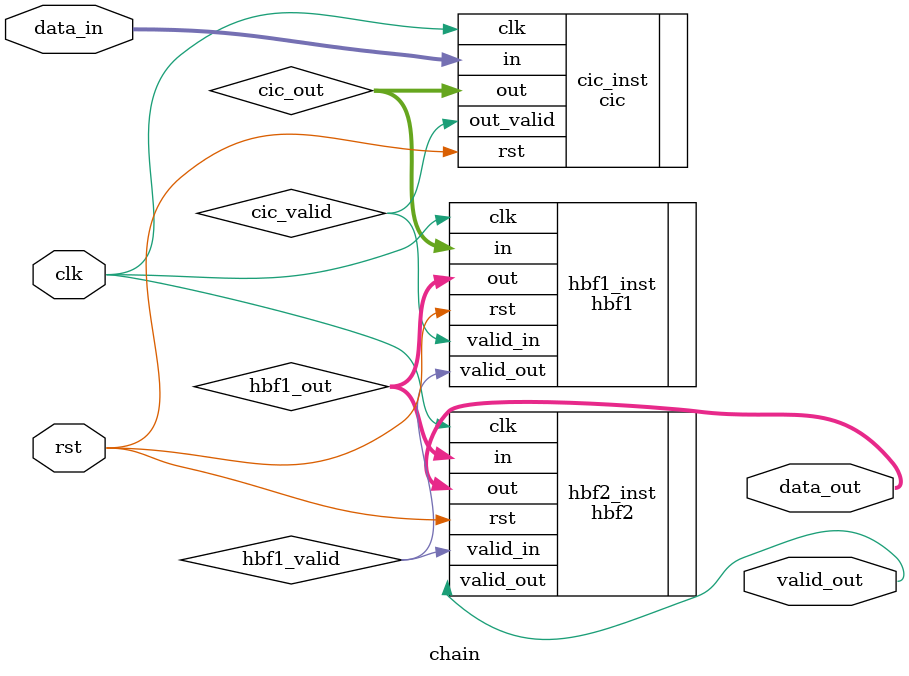
<source format=v>
`timescale 1ns / 1ps

module chain (
    input clk,
    input rst,
    input  signed [1:0] data_in,
    output signed [32:0] data_out,
    output valid_out
);

    // Intermediate signals between stages
    wire signed [32:0] cic_out;
    wire cic_valid;
    
    wire signed [32:0] hbf1_out;
    wire hbf1_valid;

    // === STAGE 1: CIC Decimator (x32) ===
    cic cic_inst (
        .in(data_in),
        .rst(rst),
        .clk(clk),
        .out(cic_out),
        .out_valid(cic_valid)
    );

    // === STAGE 2: HBF1 Halfband Decimator (x2) ===
    hbf1 hbf1_inst (
        .clk(clk),
        .rst(rst),
        .in(cic_out),
        .valid_in(cic_valid),
        .out(hbf1_out),
        .valid_out(hbf1_valid)
    );

    // === STAGE 3: HBF2 Halfband Decimator (x2) ===
    hbf2 hbf2_inst (
        .clk(clk),
        .rst(rst),
        .in(hbf1_out),
        .valid_in(hbf1_valid),
        .out(data_out),
        .valid_out(valid_out)
    );

endmodule

</source>
